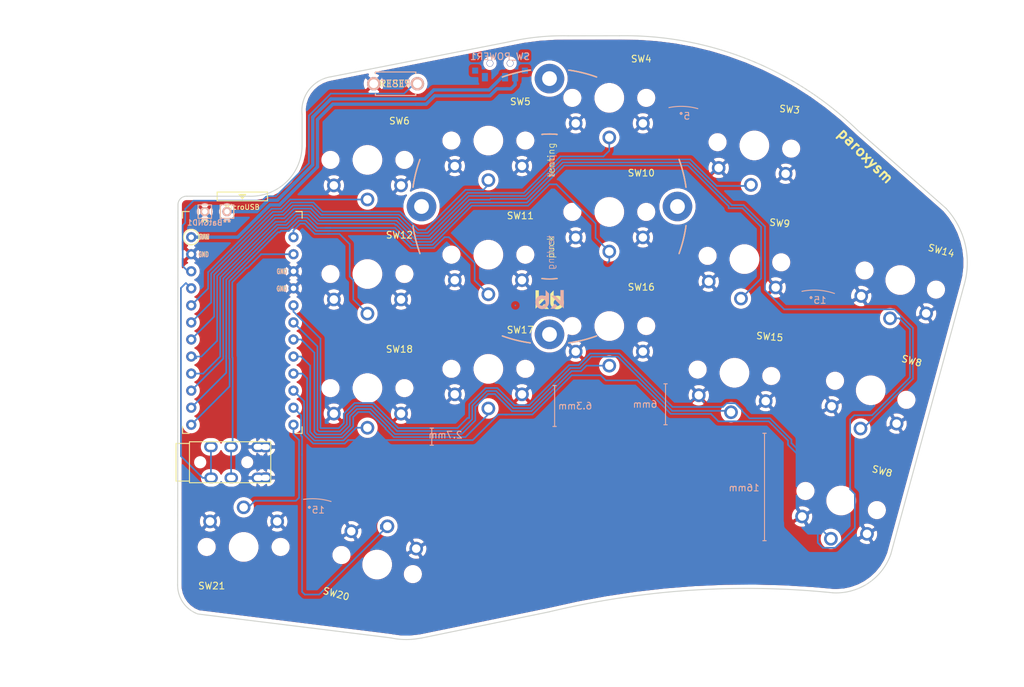
<source format=kicad_pcb>
(kicad_pcb (version 20171130) (host pcbnew 5.1.10)
  (title_block (title hypergolic) (date 2020-12-26) (rev 0.1) (company broomlabs))
  (layers (0 F.Cu signal) (31 B.Cu signal) (34 B.Paste user) (35 F.Paste user) (36 B.SilkS user) (37 F.SilkS user) (38 B.Mask user) (39 F.Mask user) (44 Edge.Cuts user))
  (net 0 "")
  (net 1 reset)
  (net 2 BT+)
  (net 3 gnd)
  (net 4 vcc)
  (net 5 Switch18)
  (net 6 Switch1)
  (net 7 Switch2)
  (net 8 Switch3)
  (net 9 Switch4)
  (net 10 Switch5)
  (net 11 Switch6)
  (net 12 Switch7)
  (net 13 Switch8)
  (net 14 Switch9)
  (net 15 Switch10)
  (net 16 Switch11)
  (net 17 Switch12)
  (net 18 Switch13)
  (net 19 Switch14)
  (net 20 Switch15)
  (net 21 Switch16)
  (net 22 Switch17)
  (net 23 "Net-(SW_POWER1-Pad1)")
  (net 24 raw)
  (module kbd:ProMicro_v3_min_dual (layer F.Cu) (at 40.64 67.056)
    (fp_text reference U1 hide)
    (fp_text value ProMicro-kbd hide)
    (fp_text user "" (at -1.2065 -16.256) (layer B.SilkS) (effects (justify mirror)))
    (fp_text user "" (at -0.5 -17.25) (layer F.SilkS))
    (fp_text user RAW (at -5.64 -14.52 unlocked) (layer B.SilkS) (effects (font (size 0.75 0.5) (thickness 0.125)) (justify mirror)))
    (fp_text user MicroUSB (at -0.05 -18.95) (layer F.SilkS) (effects (font (size 0.75 0.75) (thickness 0.12))))
    (fp_text user RAW (at -5.67 -14.52) (layer F.SilkS) (effects (font (size 0.75 0.5) (thickness 0.125))))
    (fp_text user GND (at -5.77 -11.91) (layer F.SilkS) (effects (font (size 0.75 0.5) (thickness 0.125))))
    (fp_text user GND (at -5.77 -11.88) (layer B.SilkS) (effects (font (size 0.75 0.5) (thickness 0.125)) (justify mirror)))
    (fp_text user GND (at 5.88 -9.35) (layer B.SilkS) (effects (font (size 0.75 0.5) (thickness 0.125)) (justify mirror)))
    (fp_text user GND (at 5.88 -9.38) (layer F.SilkS) (effects (font (size 0.75 0.5) (thickness 0.125))))
    (fp_text user GND (at 5.86 -6.77) (layer B.SilkS) (effects (font (size 0.75 0.5) (thickness 0.125)) (justify mirror)))
    (fp_text user GND (at 5.86 -6.8) (layer F.SilkS) (effects (font (size 0.75 0.5) (thickness 0.125))))
    (pad 24 thru_hole circle (at -7.6086 -14.478) (size 1.524 1.524) (drill 0.8128) (layers *.Cu *.Mask) (net 24 raw))
    (pad 23 thru_hole circle (at -7.6086 -11.938) (size 1.524 1.524) (drill 0.8128) (layers *.Cu *.Mask) (net 3 gnd))
    (pad 22 thru_hole circle (at -7.6086 -9.398) (size 1.524 1.524) (drill 0.8128) (layers *.Cu *.Mask) (net 1 reset))
    (pad 21 thru_hole circle (at -7.6086 -6.858) (size 1.524 1.524) (drill 0.8128) (layers *.Cu *.Mask) (net 4 vcc))
    (pad 20 thru_hole circle (at -7.6086 -4.318) (size 1.524 1.524) (drill 0.8128) (layers *.Cu *.Mask) (net 10 Switch5))
    (pad 19 thru_hole circle (at -7.6086 -1.778) (size 1.524 1.524) (drill 0.8128) (layers *.Cu *.Mask) (net 9 Switch4))
    (pad 18 thru_hole circle (at -7.6086 0.762) (size 1.524 1.524) (drill 0.8128) (layers *.Cu *.Mask) (net 8 Switch3))
    (pad 17 thru_hole circle (at -7.6086 3.302) (size 1.524 1.524) (drill 0.8128) (layers *.Cu *.Mask) (net 7 Switch2))
    (pad 16 thru_hole circle (at -7.6086 5.842) (size 1.524 1.524) (drill 0.8128) (layers *.Cu *.Mask) (net 11 Switch6))
    (pad 15 thru_hole circle (at -7.6086 8.382) (size 1.524 1.524) (drill 0.8128) (layers *.Cu *.Mask) (net 12 Switch7))
    (pad 14 thru_hole circle (at -7.6086 10.922) (size 1.524 1.524) (drill 0.8128) (layers *.Cu *.Mask) (net 13 Switch8))
    (pad 13 thru_hole circle (at -7.6086 13.462) (size 1.524 1.524) (drill 0.8128) (layers *.Cu *.Mask) (net 14 Switch9))
    (pad 12 thru_hole circle (at 7.6114 13.462) (size 1.524 1.524) (drill 0.8128) (layers *.Cu *.Mask) (net 22 Switch17))
    (pad 11 thru_hole circle (at 7.6114 10.922) (size 1.524 1.524) (drill 0.8128) (layers *.Cu *.Mask) (net 21 Switch16))
    (pad 10 thru_hole circle (at 7.6114 8.382) (size 1.524 1.524) (drill 0.8128) (layers *.Cu *.Mask) (net 6 Switch1))
    (pad 9 thru_hole circle (at 7.6114 5.842) (size 1.524 1.524) (drill 0.8128) (layers *.Cu *.Mask) (net 20 Switch15))
    (pad 8 thru_hole circle (at 7.6114 3.302) (size 1.524 1.524) (drill 0.8128) (layers *.Cu *.Mask) (net 19 Switch14))
    (pad 7 thru_hole circle (at 7.6114 0.762) (size 1.524 1.524) (drill 0.8128) (layers *.Cu *.Mask) (net 18 Switch13))
    (pad 6 thru_hole circle (at 7.6114 -1.778) (size 1.524 1.524) (drill 0.8128) (layers *.Cu *.Mask) (net 17 Switch12))
    (pad 5 thru_hole circle (at 7.6114 -4.318) (size 1.524 1.524) (drill 0.8128) (layers *.Cu *.Mask) (net 16 Switch11))
    (pad 4 thru_hole circle (at 7.6114 -6.858) (size 1.524 1.524) (drill 0.8128) (layers *.Cu *.Mask) (net 3 gnd))
    (pad 3 thru_hole circle (at 7.6114 -9.398) (size 1.524 1.524) (drill 0.8128) (layers *.Cu *.Mask) (net 3 gnd))
    (pad 2 thru_hole circle (at 7.6114 -11.938) (size 1.524 1.524) (drill 0.8128) (layers *.Cu *.Mask) (net 5 Switch18))
    (pad 1 thru_hole circle (at 7.6114 -14.478) (size 1.524 1.524) (drill 0.8128) (layers *.Cu *.Mask) (net 15 Switch10))
  )
  (module Kailh:TRRS-PJ-DPB2 (layer F.Cu) (at 32.766 86.106 90)
    (fp_text reference Jack0 hide)
    (fp_text value TRRS hide)
    (pad R1 thru_hole oval (at -2.33 6.22 270) (size 1.6 2) (drill oval 0.9 1.3) (layers *.Cu *.Mask) (net 5 Switch18))
    (pad R2 thru_hole oval (at -2.33 3.22 270) (size 1.6 2) (drill oval 0.9 1.3) (layers *.Cu *.Mask) (net 4 vcc))
    (pad T thru_hole oval (at -2.33 10.22 270) (size 1.6 2) (drill oval 0.9 1.3) (layers *.Cu *.Mask) (net 3 gnd))
    (pad S thru_hole oval (at 2.27 11.32 270) (size 1.6 2) (drill oval 0.9 1.3) (layers *.Cu *.Mask) (net 3 gnd))
    (pad S thru_hole oval (at -2.3 11.3 90) (size 1.6 2) (drill oval 0.9 1.3) (layers *.Cu *.Mask) (net 3 gnd))
    (pad T thru_hole oval (at 2.3 10.2 90) (size 1.6 2) (drill oval 0.9 1.3) (layers *.Cu *.Mask) (net 3 gnd))
    (pad R2 thru_hole oval (at 2.3 3.2 90) (size 1.6 2) (drill oval 0.9 1.3) (layers *.Cu *.Mask) (net 4 vcc))
    (pad "" np_thru_hole circle (at 0 8.6 90) (size 0.8 0.8) (drill 0.8) (layers *.Cu *.Mask))
    (pad "" np_thru_hole circle (at 0 1.6 90) (size 0.8 0.8) (drill 0.8) (layers *.Cu *.Mask))
    (pad R1 thru_hole oval (at 2.3 6.2 90) (size 1.6 2) (drill oval 0.9 1.3) (layers *.Cu *.Mask) (net 5 Switch18))
  )
  (module Kailh:SW_PG1350_rev_DPB2 (layer B.Cu) (at 129.774266 91.806688 165)
    (fp_text reference SW8 hide)
    (fp_text value SW_Push hide)
    (fp_text user %R (at -4.760001 5.8 345) (layer F.SilkS))
    (pad "" np_thru_hole circle (at -5.5 0 165) (size 1.7018 1.7018) (drill 1.7018) (layers *.Cu *.Mask))
    (pad "" np_thru_hole circle (at 5.5 0 165) (size 1.7018 1.7018) (drill 1.7018) (layers *.Cu *.Mask))
    (pad 1 thru_hole circle (at 0 -5.9 165) (size 2.032 2.032) (drill 1.27) (layers *.Cu *.Mask) (net 16 Switch11))
    (pad 2 thru_hole circle (at -5 -3.8 165) (size 2.032 2.032) (drill 1.27) (layers *.Cu *.Mask) (net 3 gnd))
    (pad "" np_thru_hole circle (at 0 0 165) (size 3.429 3.429) (drill 3.429) (layers *.Cu *.Mask))
    (pad 2 thru_hole circle (at 5 -3.8 165) (size 2.032 2.032) (drill 1.27) (layers *.Cu *.Mask) (net 3 gnd))
  )
  (module Kailh:SW_PG1350_rev_DPB2 (layer B.Cu) (at 40.832476 98.720705)
    (fp_text reference SW21 hide)
    (fp_text value SW_Push hide)
    (fp_text user %R (at -4.76 5.8) (layer F.SilkS))
    (pad 2 thru_hole circle (at 5 -3.8) (size 2.032 2.032) (drill 1.27) (layers *.Cu *.Mask) (net 3 gnd))
    (pad "" np_thru_hole circle (at 0 0) (size 3.429 3.429) (drill 3.429) (layers *.Cu *.Mask))
    (pad 2 thru_hole circle (at -5 -3.8) (size 2.032 2.032) (drill 1.27) (layers *.Cu *.Mask) (net 3 gnd))
    (pad 1 thru_hole circle (at 0 -5.9) (size 2.032 2.032) (drill 1.27) (layers *.Cu *.Mask) (net 22 Switch17))
    (pad "" np_thru_hole circle (at 5.5 0) (size 1.7018 1.7018) (drill 1.7018) (layers *.Cu *.Mask))
    (pad "" np_thru_hole circle (at -5.5 0) (size 1.7018 1.7018) (drill 1.7018) (layers *.Cu *.Mask))
  )
  (module Kailh:SW_PG1350_rev_DPB2 (layer B.Cu) (at 138.574835 58.962519 165)
    (fp_text reference SW14 hide)
    (fp_text value SW_Push hide)
    (fp_text user %R (at -4.760001 5.8 345) (layer F.SilkS))
    (pad 2 thru_hole circle (at 5 -3.8 165) (size 2.032 2.032) (drill 1.27) (layers *.Cu *.Mask) (net 3 gnd))
    (pad "" np_thru_hole circle (at 0 0 165) (size 3.429 3.429) (drill 3.429) (layers *.Cu *.Mask))
    (pad 2 thru_hole circle (at -5 -3.8 165) (size 2.032 2.032) (drill 1.27) (layers *.Cu *.Mask) (net 3 gnd))
    (pad 1 thru_hole circle (at 0 -5.9 165) (size 2.032 2.032) (drill 1.27) (layers *.Cu *.Mask) (net 6 Switch1))
    (pad "" np_thru_hole circle (at 5.5 0 165) (size 1.7018 1.7018) (drill 1.7018) (layers *.Cu *.Mask))
    (pad "" np_thru_hole circle (at -5.5 0 165) (size 1.7018 1.7018) (drill 1.7018) (layers *.Cu *.Mask))
  )
  (module Kailh:SW_PG1350_rev_DPB2 (layer B.Cu) (at 134.17463 75.384306 165)
    (fp_text reference SW8 hide)
    (fp_text value SW_Push hide)
    (fp_text user %R (at -4.760001 5.8 345) (layer F.SilkS))
    (pad 2 thru_hole circle (at 5 -3.8 165) (size 2.032 2.032) (drill 1.27) (layers *.Cu *.Mask) (net 3 gnd))
    (pad "" np_thru_hole circle (at 0 0 165) (size 3.429 3.429) (drill 3.429) (layers *.Cu *.Mask))
    (pad 2 thru_hole circle (at -5 -3.8 165) (size 2.032 2.032) (drill 1.27) (layers *.Cu *.Mask) (net 3 gnd))
    (pad 1 thru_hole circle (at 0 -5.9 165) (size 2.032 2.032) (drill 1.27) (layers *.Cu *.Mask) (net 11 Switch6))
    (pad "" np_thru_hole circle (at 5.5 0 165) (size 1.7018 1.7018) (drill 1.7018) (layers *.Cu *.Mask))
    (pad "" np_thru_hole circle (at -5.5 0 165) (size 1.7018 1.7018) (drill 1.7018) (layers *.Cu *.Mask))
  )
  (module kbd:1pin_conn (layer B.Cu) (at 35.052 48.768 180)
    (fp_text reference BatGND1 (at 0 -1.651) (layer B.SilkS) (effects (font (size 0.8128 0.8128)) (justify mirror)))
    (fp_text value MountingHole_Pad hide)
    (fp_text user ** (at 0 -1.651) (layer F.SilkS) (effects (font (size 0.8128 0.8128))))
    (pad 1 thru_hole circle (at 0 0 180) (size 1.397 1.397) (drill 0.8128) (layers *.Cu *.Mask B.SilkS) (net 3 gnd))
  )
  (module kbd:1pin_conn (layer B.Cu) (at 38.354 48.768 180)
    (fp_text reference ** (at 0 -1.651) (layer B.SilkS) (effects (font (size 0.8128 0.8128)) (justify mirror)))
    (fp_text value Val** hide)
    (fp_text user ** (at 0 -1.651) (layer F.SilkS) (effects (font (size 0.8128 0.8128))))
    (pad 1 thru_hole circle (at 0 0 180) (size 1.397 1.397) (drill 0.8128) (layers *.Cu *.Mask B.SilkS) (net 2 BT+))
  )
  (module Kailh:SW_PG1350_rev_DPB2 (layer B.Cu) (at 77.26 72.189 180)
    (fp_text reference SW17 hide)
    (fp_text value SW_Push hide)
    (fp_text user %R (at -4.76 5.8) (layer F.SilkS))
    (pad 2 thru_hole circle (at 5 -3.8 180) (size 2.032 2.032) (drill 1.27) (layers *.Cu *.Mask) (net 3 gnd))
    (pad "" np_thru_hole circle (at 0 0 180) (size 3.429 3.429) (drill 3.429) (layers *.Cu *.Mask))
    (pad 2 thru_hole circle (at -5 -3.8 180) (size 2.032 2.032) (drill 1.27) (layers *.Cu *.Mask) (net 3 gnd))
    (pad 1 thru_hole circle (at 0 -5.9 180) (size 2.032 2.032) (drill 1.27) (layers *.Cu *.Mask) (net 19 Switch14))
    (pad "" np_thru_hole circle (at 5.5 0 180) (size 1.7018 1.7018) (drill 1.7018) (layers *.Cu *.Mask))
    (pad "" np_thru_hole circle (at -5.5 0 180) (size 1.7018 1.7018) (drill 1.7018) (layers *.Cu *.Mask))
  )
  (module Kailh:SW_PG1350_rev_DPB2 (layer B.Cu) (at 59.26 58.064 180)
    (fp_text reference SW12 hide)
    (fp_text value SW_Push hide)
    (fp_text user %R (at -4.76 5.8) (layer F.SilkS))
    (pad 2 thru_hole circle (at 5 -3.8 180) (size 2.032 2.032) (drill 1.27) (layers *.Cu *.Mask) (net 3 gnd))
    (pad "" np_thru_hole circle (at 0 0 180) (size 3.429 3.429) (drill 3.429) (layers *.Cu *.Mask))
    (pad 2 thru_hole circle (at -5 -3.8 180) (size 2.032 2.032) (drill 1.27) (layers *.Cu *.Mask) (net 3 gnd))
    (pad 1 thru_hole circle (at 0 -5.9 180) (size 2.032 2.032) (drill 1.27) (layers *.Cu *.Mask) (net 15 Switch10))
    (pad "" np_thru_hole circle (at 5.5 0 180) (size 1.7018 1.7018) (drill 1.7018) (layers *.Cu *.Mask))
    (pad "" np_thru_hole circle (at -5.5 0 180) (size 1.7018 1.7018) (drill 1.7018) (layers *.Cu *.Mask))
  )
  (module Kailh:SW_PG1350_rev_DPB2 (layer B.Cu) (at 59.26 75.064 180)
    (fp_text reference SW18 hide)
    (fp_text value SW_Push hide)
    (fp_text user %R (at -4.76 5.8) (layer F.SilkS))
    (pad 2 thru_hole circle (at 5 -3.8 180) (size 2.032 2.032) (drill 1.27) (layers *.Cu *.Mask) (net 3 gnd))
    (pad "" np_thru_hole circle (at 0 0 180) (size 3.429 3.429) (drill 3.429) (layers *.Cu *.Mask))
    (pad 2 thru_hole circle (at -5 -3.8 180) (size 2.032 2.032) (drill 1.27) (layers *.Cu *.Mask) (net 3 gnd))
    (pad 1 thru_hole circle (at 0 -5.9 180) (size 2.032 2.032) (drill 1.27) (layers *.Cu *.Mask) (net 20 Switch15))
    (pad "" np_thru_hole circle (at 5.5 0 180) (size 1.7018 1.7018) (drill 1.7018) (layers *.Cu *.Mask))
    (pad "" np_thru_hole circle (at -5.5 0 180) (size 1.7018 1.7018) (drill 1.7018) (layers *.Cu *.Mask))
  )
  (module Kailh:SW_PG1350_rev_DPB2 (layer B.Cu) (at 116.855326 38.908261 175)
    (fp_text reference SW3 hide)
    (fp_text value SW_Push hide)
    (fp_text user %R (at -4.76 5.8 355) (layer F.SilkS))
    (pad 2 thru_hole circle (at 5 -3.8 175) (size 2.032 2.032) (drill 1.27) (layers *.Cu *.Mask) (net 3 gnd))
    (pad "" np_thru_hole circle (at 0 0 175) (size 3.429 3.429) (drill 3.429) (layers *.Cu *.Mask))
    (pad 2 thru_hole circle (at -5 -3.8 175) (size 2.032 2.032) (drill 1.27) (layers *.Cu *.Mask) (net 3 gnd))
    (pad 1 thru_hole circle (at 0 -5.9 175) (size 2.032 2.032) (drill 1.27) (layers *.Cu *.Mask) (net 7 Switch2))
    (pad "" np_thru_hole circle (at 5.5 0 175) (size 1.7018 1.7018) (drill 1.7018) (layers *.Cu *.Mask))
    (pad "" np_thru_hole circle (at -5.5 0 175) (size 1.7018 1.7018) (drill 1.7018) (layers *.Cu *.Mask))
  )
  (module Kailh:SW_PG1350_rev_DPB2 (layer B.Cu) (at 60.706 101.346 345)
    (fp_text reference SW20 hide)
    (fp_text value SW_Push hide)
    (fp_text user %R (at -4.76 5.8 345) (layer F.SilkS))
    (pad 2 thru_hole circle (at 5 -3.8 345) (size 2.032 2.032) (drill 1.27) (layers *.Cu *.Mask) (net 3 gnd))
    (pad "" np_thru_hole circle (at 0 0 345) (size 3.429 3.429) (drill 3.429) (layers *.Cu *.Mask))
    (pad 2 thru_hole circle (at -5 -3.8 345) (size 2.032 2.032) (drill 1.27) (layers *.Cu *.Mask) (net 3 gnd))
    (pad 1 thru_hole circle (at 0 -5.9 345) (size 2.032 2.032) (drill 1.27) (layers *.Cu *.Mask) (net 21 Switch16))
    (pad "" np_thru_hole circle (at 5.5 0 345) (size 1.7018 1.7018) (drill 1.7018) (layers *.Cu *.Mask))
    (pad "" np_thru_hole circle (at -5.5 0 345) (size 1.7018 1.7018) (drill 1.7018) (layers *.Cu *.Mask))
  )
  (module Kailh:SW_PG1350_rev_DPB2 (layer B.Cu) (at 95.26 65.814 180)
    (fp_text reference SW16 hide)
    (fp_text value SW_Push hide)
    (fp_text user %R (at -4.76 5.8) (layer F.SilkS))
    (pad 2 thru_hole circle (at 5 -3.8 180) (size 2.032 2.032) (drill 1.27) (layers *.Cu *.Mask) (net 3 gnd))
    (pad "" np_thru_hole circle (at 0 0 180) (size 3.429 3.429) (drill 3.429) (layers *.Cu *.Mask))
    (pad 2 thru_hole circle (at -5 -3.8 180) (size 2.032 2.032) (drill 1.27) (layers *.Cu *.Mask) (net 3 gnd))
    (pad 1 thru_hole circle (at 0 -5.9 180) (size 2.032 2.032) (drill 1.27) (layers *.Cu *.Mask) (net 18 Switch13))
    (pad "" np_thru_hole circle (at 5.5 0 180) (size 1.7018 1.7018) (drill 1.7018) (layers *.Cu *.Mask))
    (pad "" np_thru_hole circle (at -5.5 0 180) (size 1.7018 1.7018) (drill 1.7018) (layers *.Cu *.Mask))
  )
  (module Kailh:SW_PG1350_rev_DPB2 (layer B.Cu) (at 113.89239 72.775467 175)
    (fp_text reference SW15 hide)
    (fp_text value SW_Push hide)
    (fp_text user %R (at -4.76 5.8 355) (layer F.SilkS))
    (pad 2 thru_hole circle (at 5 -3.8 175) (size 2.032 2.032) (drill 1.27) (layers *.Cu *.Mask) (net 3 gnd))
    (pad "" np_thru_hole circle (at 0 0 175) (size 3.429 3.429) (drill 3.429) (layers *.Cu *.Mask))
    (pad 2 thru_hole circle (at -5 -3.8 175) (size 2.032 2.032) (drill 1.27) (layers *.Cu *.Mask) (net 3 gnd))
    (pad 1 thru_hole circle (at 0 -5.9 175) (size 2.032 2.032) (drill 1.27) (layers *.Cu *.Mask) (net 17 Switch12))
    (pad "" np_thru_hole circle (at 5.5 0 175) (size 1.7018 1.7018) (drill 1.7018) (layers *.Cu *.Mask))
    (pad "" np_thru_hole circle (at -5.5 0 175) (size 1.7018 1.7018) (drill 1.7018) (layers *.Cu *.Mask))
  )
  (module Kailh:SW_PG1350_rev_DPB2 (layer B.Cu) (at 77.26 55.184 180)
    (fp_text reference SW11 hide)
    (fp_text value SW_Push hide)
    (fp_text user %R (at -4.76 5.8) (layer F.SilkS))
    (pad 2 thru_hole circle (at 5 -3.8 180) (size 2.032 2.032) (drill 1.27) (layers *.Cu *.Mask) (net 3 gnd))
    (pad "" np_thru_hole circle (at 0 0 180) (size 3.429 3.429) (drill 3.429) (layers *.Cu *.Mask))
    (pad 2 thru_hole circle (at -5 -3.8 180) (size 2.032 2.032) (drill 1.27) (layers *.Cu *.Mask) (net 3 gnd))
    (pad 1 thru_hole circle (at 0 -5.9 180) (size 2.032 2.032) (drill 1.27) (layers *.Cu *.Mask) (net 14 Switch9))
    (pad "" np_thru_hole circle (at 5.5 0 180) (size 1.7018 1.7018) (drill 1.7018) (layers *.Cu *.Mask))
    (pad "" np_thru_hole circle (at -5.5 0 180) (size 1.7018 1.7018) (drill 1.7018) (layers *.Cu *.Mask))
  )
  (module Kailh:SW_PG1350_rev_DPB2 (layer B.Cu) (at 95.26 48.814 180)
    (fp_text reference SW10 hide)
    (fp_text value SW_Push hide)
    (fp_text user %R (at -4.76 5.8) (layer F.SilkS))
    (pad 2 thru_hole circle (at 5 -3.8 180) (size 2.032 2.032) (drill 1.27) (layers *.Cu *.Mask) (net 3 gnd))
    (pad "" np_thru_hole circle (at 0 0 180) (size 3.429 3.429) (drill 3.429) (layers *.Cu *.Mask))
    (pad 2 thru_hole circle (at -5 -3.8 180) (size 2.032 2.032) (drill 1.27) (layers *.Cu *.Mask) (net 3 gnd))
    (pad 1 thru_hole circle (at 0 -5.9 180) (size 2.032 2.032) (drill 1.27) (layers *.Cu *.Mask) (net 13 Switch8))
    (pad "" np_thru_hole circle (at 5.5 0 180) (size 1.7018 1.7018) (drill 1.7018) (layers *.Cu *.Mask))
    (pad "" np_thru_hole circle (at -5.5 0 180) (size 1.7018 1.7018) (drill 1.7018) (layers *.Cu *.Mask))
  )
  (module Kailh:SW_PG1350_rev_DPB2 (layer B.Cu) (at 115.373738 55.843584 175)
    (fp_text reference SW9 hide)
    (fp_text value SW_Push hide)
    (fp_text user %R (at -4.76 5.8 355) (layer F.SilkS))
    (pad 2 thru_hole circle (at 5 -3.8 175) (size 2.032 2.032) (drill 1.27) (layers *.Cu *.Mask) (net 3 gnd))
    (pad "" np_thru_hole circle (at 0 0 175) (size 3.429 3.429) (drill 3.429) (layers *.Cu *.Mask))
    (pad 2 thru_hole circle (at -5 -3.8 175) (size 2.032 2.032) (drill 1.27) (layers *.Cu *.Mask) (net 3 gnd))
    (pad 1 thru_hole circle (at 0 -5.9 175) (size 2.032 2.032) (drill 1.27) (layers *.Cu *.Mask) (net 12 Switch7))
    (pad "" np_thru_hole circle (at 5.5 0 175) (size 1.7018 1.7018) (drill 1.7018) (layers *.Cu *.Mask))
    (pad "" np_thru_hole circle (at -5.5 0 175) (size 1.7018 1.7018) (drill 1.7018) (layers *.Cu *.Mask))
  )
  (module Kailh:SW_PG1350_rev_DPB2 (layer B.Cu) (at 77.26 38.184 180)
    (fp_text reference SW5 hide)
    (fp_text value SW_Push hide)
    (fp_text user %R (at -4.76 5.8) (layer F.SilkS))
    (pad 2 thru_hole circle (at 5 -3.8 180) (size 2.032 2.032) (drill 1.27) (layers *.Cu *.Mask) (net 3 gnd))
    (pad "" np_thru_hole circle (at 0 0 180) (size 3.429 3.429) (drill 3.429) (layers *.Cu *.Mask))
    (pad 2 thru_hole circle (at -5 -3.8 180) (size 2.032 2.032) (drill 1.27) (layers *.Cu *.Mask) (net 3 gnd))
    (pad 1 thru_hole circle (at 0 -5.9 180) (size 2.032 2.032) (drill 1.27) (layers *.Cu *.Mask) (net 9 Switch4))
    (pad "" np_thru_hole circle (at 5.5 0 180) (size 1.7018 1.7018) (drill 1.7018) (layers *.Cu *.Mask))
    (pad "" np_thru_hole circle (at -5.5 0 180) (size 1.7018 1.7018) (drill 1.7018) (layers *.Cu *.Mask))
  )
  (module Kailh:SW_PG1350_rev_DPB2 (layer B.Cu) (at 95.26 31.824 180)
    (fp_text reference SW4 hide)
    (fp_text value SW_Push hide)
    (fp_text user %R (at -4.76 5.8) (layer F.SilkS))
    (pad 2 thru_hole circle (at 5 -3.8 180) (size 2.032 2.032) (drill 1.27) (layers *.Cu *.Mask) (net 3 gnd))
    (pad "" np_thru_hole circle (at 0 0 180) (size 3.429 3.429) (drill 3.429) (layers *.Cu *.Mask))
    (pad 2 thru_hole circle (at -5 -3.8 180) (size 2.032 2.032) (drill 1.27) (layers *.Cu *.Mask) (net 3 gnd))
    (pad 1 thru_hole circle (at 0 -5.9 180) (size 2.032 2.032) (drill 1.27) (layers *.Cu *.Mask) (net 8 Switch3))
    (pad "" np_thru_hole circle (at 5.5 0 180) (size 1.7018 1.7018) (drill 1.7018) (layers *.Cu *.Mask))
    (pad "" np_thru_hole circle (at -5.5 0 180) (size 1.7018 1.7018) (drill 1.7018) (layers *.Cu *.Mask))
  )
  (module Kailh:SW_PG1350_rev_DPB2 (layer B.Cu) (at 59.26 41.064 180)
    (fp_text reference SW6 hide)
    (fp_text value SW_Push hide)
    (fp_text user %R (at -4.76 5.8) (layer F.SilkS))
    (pad 2 thru_hole circle (at 5 -3.8 180) (size 2.032 2.032) (drill 1.27) (layers *.Cu *.Mask) (net 3 gnd))
    (pad "" np_thru_hole circle (at 0 0 180) (size 3.429 3.429) (drill 3.429) (layers *.Cu *.Mask))
    (pad 2 thru_hole circle (at -5 -3.8 180) (size 2.032 2.032) (drill 1.27) (layers *.Cu *.Mask) (net 3 gnd))
    (pad 1 thru_hole circle (at 0 -5.9 180) (size 2.032 2.032) (drill 1.27) (layers *.Cu *.Mask) (net 10 Switch5))
    (pad "" np_thru_hole circle (at 5.5 0 180) (size 1.7018 1.7018) (drill 1.7018) (layers *.Cu *.Mask))
    (pad "" np_thru_hole circle (at -5.5 0 180) (size 1.7018 1.7018) (drill 1.7018) (layers *.Cu *.Mask))
  )
  (module kbd:Tenting_Puck2 (layer B.Cu) (at 86.36 48.006 180)
    (fp_text reference REF**)
    (fp_text value "Tenting Puck")
    (fp_text user tenting (at -0.1905 -6.858 270) (layer B.SilkS) (effects (font (thickness 0.1)) (justify mirror)))
    (fp_text user puck (at -0.254 6.0325 270) (layer B.SilkS) (effects (font (thickness 0.1)) (justify mirror)))
    (fp_text user tenting (at -0.254 6.9215 270) (layer F.SilkS) (effects (font (thickness 0.1))))
    (fp_text user puck (at -0.1905 -6.0325 90 unlocked) (layer F.SilkS) (effects (font (thickness 0.1))))
    (pad 1 thru_hole circle (at 0 19.05 180) (size 4.4 4.4) (drill 2.2) (layers *.Cu *.Mask))
    (pad 1 thru_hole circle (at 19.05 0 180) (size 4.4 4.4) (drill 2.2) (layers *.Cu *.Mask))
    (pad 1 thru_hole circle (at 0 -19.05 180) (size 4.4 4.4) (drill 2.2) (layers *.Cu *.Mask))
    (pad 1 thru_hole circle (at -19.05 0 180) (size 4.4 4.4) (drill 2.2) (layers *.Cu *.Mask))
  )
  (module Kailh:SPDT_C128955 (layer B.Cu) (at 78.994 26.67 180)
    (fp_text reference SW_POWER1 (at 0 1) (layer B.SilkS) (effects (justify mirror)))
    (fp_text value SW_SPDT)
    (pad 0 smd rect (at -3.7 1.1 180) (size 0.9 0.9) (layers B.Cu B.Paste B.Mask))
    (pad 0 smd rect (at -3.7 -1.1 180) (size 0.9 0.9) (layers B.Cu B.Paste B.Mask))
    (pad 0 smd rect (at 3.7 -1.1 180) (size 0.9 0.9) (layers B.Cu B.Paste B.Mask))
    (pad 0 smd rect (at 3.7 1.1 180) (size 0.9 0.9) (layers B.Cu B.Paste B.Mask))
    (pad 1 smd rect (at 2.25 -2.075 180) (size 0.9 1.25) (layers B.Cu B.Paste B.Mask) (net 23 "Net-(SW_POWER1-Pad1)"))
    (pad 3 smd rect (at -2.25 -2.075 180) (size 0.9 1.25) (layers B.Cu B.Paste B.Mask) (net 24 raw))
    (pad 2 smd rect (at -0.75 -2.075 180) (size 0.9 1.25) (layers B.Cu B.Paste B.Mask) (net 2 BT+))
    (pad "" np_thru_hole circle (at -1.5 0 180) (size 1 1) (drill 0.9) (layers *.Cu *.Mask))
    (pad "" np_thru_hole circle (at 1.5 0 180) (size 1 1) (drill 0.9) (layers *.Cu *.Mask))
  )
  (module kbd:ResetSW (layer B.Cu) (at 63.448 29.718 180)
    (fp_text reference RSW1 hide)
    (fp_text value SW_Push)
    (fp_text user RESET (at 0 0) (layer B.SilkS) (effects (justify mirror)))
    (fp_text user RESET (at 0.127 0) (layer F.SilkS))
    (pad 2 thru_hole circle (at -3.25 0 180) (size 2 2) (drill 1.3) (layers *.Cu *.Mask B.SilkS) (net 1 reset))
    (pad 1 thru_hole circle (at 3.25 0 180) (size 2 2) (drill 1.3) (layers *.Cu *.Mask B.SilkS) (net 3 gnd))
  )
  (gr_arc (start 51.103718 100.88227) (end 53.848 91.948) (angle -25.4192656) (layer B.SilkS) (width 0.15))
  (gr_text 15° (at 51.562 93.218) (layer B.SilkS) (effects (font (size 1 1)) (justify mirror)))
  (gr_arc (start 136.639964 56.371006) (end 145.39495 48.291023) (angle 58.87980947) (layer Edge.Cuts) (width 0.15))
  (gr_arc (start 129.024097 96.933133) (end 137.16 99.822) (angle 73.67484284) (layer Edge.Cuts) (width 0.15))
  (gr_line (start 128.033468 105.502274) (end 128.538609 105.553039) (layer Edge.Cuts) (width 0.15))
  (gr_line (start 148.082 59.69) (end 137.16 99.822) (angle 90) (layer Edge.Cuts) (width 0.15))
  (gr_text 6mm (at 100.584 77.47) (layer B.SilkS) (effects (font (size 1 1)) (justify mirror)))
  (gr_line (start 103.632 74.422) (end 103.632 80.518) (layer B.SilkS) (width 0.15))
  (gr_line (start 103.886 74.422) (end 103.378 74.422) (layer B.SilkS) (width 0.15))
  (gr_line (start 103.886 80.518) (end 103.378 80.518) (layer B.SilkS) (width 0.15))
  (gr_text 16mm (at 115.316 89.916) (layer B.SilkS) (effects (font (size 1 1)) (justify mirror)))
  (gr_line (start 118.364 81.788) (end 118.364 97.79) (layer B.SilkS) (width 0.15))
  (gr_line (start 118.618 81.788) (end 118.11 81.788) (layer B.SilkS) (width 0.15))
  (gr_line (start 118.618 97.79) (end 118.11 97.79) (layer B.SilkS) (width 0.15))
  (gr_circle (center 33.02 52.578) (end 34.036 53.086) (layer F.SilkS) (width 0.15))
  (gr_arc (start 115.728445 230.640449) (end 128.033468 105.502274) (angle -19.13145794) (layer Edge.Cuts) (width 0.15))
  (gr_line (start 67.247725 112.302294) (end 86.341482 108.380959) (layer Edge.Cuts) (width 0.15))
  (gr_line (start 69.088 83.566) (end 68.58 83.566) (layer B.SilkS) (width 0.15))
  (gr_line (start 68.834 81.026) (end 68.834 83.566) (layer B.SilkS) (width 0.15))
  (gr_text 2.7mm (at 70.866 82.042) (layer B.SilkS) (effects (font (size 1 1)) (justify mirror)))
  (gr_line (start 69.088 81.026) (end 68.58 81.026) (layer B.SilkS) (width 0.15))
  (gr_text 6.3mm (at 90.17 77.724) (layer B.SilkS) (effects (font (size 1 1)) (justify mirror)))
  (gr_line (start 87.376 74.676) (end 86.868 74.676) (layer B.SilkS) (width 0.15))
  (gr_line (start 87.376 80.772) (end 86.868 80.772) (layer B.SilkS) (width 0.15))
  (gr_line (start 87.122 74.676) (end 87.122 80.772) (layer B.SilkS) (width 0.15))
  (gr_arc (start 105.967718 42.20827) (end 108.43793 33.4299) (angle -27.3) (layer B.SilkS) (width 0.15))
  (gr_text 5° (at 106.426 34.544) (layer B.SilkS) (effects (font (size 1 1)) (justify mirror)))
  (gr_text 15° (at 126.238 61.976) (layer B.SilkS) (effects (font (size 1 1)) (justify mirror)))
  (gr_arc (start 125.779718 69.64027) (end 128.778 60.96) (angle -30.6) (layer B.SilkS) (width 0.15))
  (gr_text paroxysm (at 129.54 36.576 -45) (layer F.SilkS) (effects (font (size 1.5 1.5) (thickness 0.3)) (justify left)))
  (gr_arc (start 97.533067 72.318144) (end 132.331067 36.758144) (angle -45.25427734) (layer Edge.Cuts) (width 0.15))
  (gr_line (start 66.818368 112.363873) (end 67.247725 112.302294) (layer Edge.Cuts) (width 0.15))
  (gr_arc (start 32.32832 47.742) (end 31.05832 47.752) (angle 94.05555909) (layer Edge.Cuts) (width 0.15))
  (gr_line (start 32.408164 46.474473) (end 41.656141 46.477771) (angle 90) (layer Edge.Cuts) (width 0.15))
  (gr_arc (start 65.024 101.854) (end 62.738 112.268) (angle -22.06954052) (layer Edge.Cuts) (width 0.15))
  (gr_line (start 62.738 112.268) (end 34.036 108.712) (layer Edge.Cuts) (width 0.15))
  (gr_arc (start 35.572354 104.409905) (end 34.036 108.712) (angle 70.54625375) (layer Edge.Cuts) (width 0.15))
  (gr_arc (start 88.368079 58.96879) (end 80.226393 23.495399) (angle 14.16454563) (layer Edge.Cuts) (width 0.15))
  (gr_line (start 89.154528 22.581567) (end 96.773466 22.570406) (angle 90) (layer Edge.Cuts) (width 0.15))
  (gr_arc (start 41.91 38.86061) (end 49.53 39.006151) (angle 90.81459567) (layer Edge.Cuts) (width 0.15))
  (gr_arc (start 54.627507 33.74391) (end 49.53 34.29) (angle 87.32605082) (layer Edge.Cuts) (width 0.15))
  (gr_line (start 132.331067 36.758144) (end 145.39495 48.291023) (angle 90) (layer Edge.Cuts) (width 0.15))
  (gr_line (start 49.53 39.006151) (end 49.53 34.29) (angle 90) (layer Edge.Cuts) (width 0.15))
  (gr_line (start 31.004187 104.394055) (end 31.05832 47.752) (angle 90) (layer Edge.Cuts) (width 0.15))
  (gr_line (start 53.844201 28.67743) (end 80.226393 23.495399) (angle 90) (layer Edge.Cuts) (width 0.15))
  (segment (start 81.28 62.738) (end 81.279998 62.737998) (width 0.25) (layer B.Cu) (net 0))
  (segment (start 53.802397 31.196397) (end 50.54098 34.457814) (width 0.25) (layer B.Cu) (net 1))
  (segment (start 64.724397 31.196397) (end 53.802397 31.196397) (width 0.25) (layer B.Cu) (net 1))
  (segment (start 66.202794 29.718) (end 64.724397 31.196397) (width 0.25) (layer B.Cu) (net 1))
  (segment (start 66.698 29.718) (end 66.202794 29.718) (width 0.25) (layer B.Cu) (net 1))
  (segment (start 33.382211 47.135789) (end 43.588646 47.135789) (width 0.25) (layer B.Cu) (net 1))
  (segment (start 43.819063 46.905372) (end 43.816118 46.906064) (width 0.25) (layer B.Cu) (net 1))
  (segment (start 32.53523 57.658) (end 31.761615 56.884385) (width 0.25) (layer B.Cu) (net 1))
  (segment (start 33.0314 57.658) (end 32.53523 57.658) (width 0.25) (layer B.Cu) (net 1))
  (segment (start 43.816118 46.906064) (end 43.81612 46.906064) (width 0.25) (layer B.Cu) (net 1))
  (segment (start 43.886494 46.83794) (end 43.711217 47.013217) (width 0.25) (layer B.Cu) (net 1))
  (segment (start 43.711217 47.013217) (end 43.819063 46.905372) (width 0.25) (layer B.Cu) (net 1))
  (segment (start 43.588646 47.135789) (end 43.711217 47.013217) (width 0.25) (layer B.Cu) (net 1))
  (segment (start 32.131 48.387) (end 32.131 50.44223) (width 0.25) (layer B.Cu) (net 1))
  (segment (start 32.131 50.44223) (end 31.761615 50.811615) (width 0.25) (layer B.Cu) (net 1))
  (segment (start 31.761615 56.884385) (end 31.761615 50.811615) (width 0.25) (layer B.Cu) (net 1))
  (segment (start 32.131 48.387) (end 33.382211 47.135789) (width 0.25) (layer B.Cu) (net 1))
  (segment (start 44.162496 46.559686) (end 43.816118 46.906064) (width 0.25) (layer B.Cu) (net 1))
  (segment (start 44.413846 46.482) (end 44.162496 46.559686) (width 0.25) (layer B.Cu) (net 1))
  (segment (start 50.54098 41.577836) (end 50.54098 40.38098) (width 0.25) (layer B.Cu) (net 1))
  (segment (start 45.636816 46.482) (end 50.54098 41.577836) (width 0.25) (layer B.Cu) (net 1))
  (segment (start 44.413846 46.482) (end 45.636816 46.482) (width 0.25) (layer B.Cu) (net 1))
  (segment (start 50.54098 34.457814) (end 50.54098 40.38098) (width 0.25) (layer B.Cu) (net 1))
  (segment (start 67.79799 31.98399) (end 53.82799 31.98399) (width 0.5) (layer B.Cu) (net 2))
  (segment (start 69.140647 30.641333) (end 67.79799 31.98399) (width 0.5) (layer B.Cu) (net 2))
  (segment (start 77.377333 30.641333) (end 69.140647 30.641333) (width 0.5) (layer B.Cu) (net 2))
  (segment (start 79.273666 28.745) (end 77.377333 30.641333) (width 0.5) (layer B.Cu) (net 2))
  (segment (start 79.744 28.745) (end 79.273666 28.745) (width 0.5) (layer B.Cu) (net 2))
  (segment (start 51.16099 34.717047) (end 51.11599 34.762047) (width 0.5) (layer B.Cu) (net 2))
  (segment (start 51.16099 34.65099) (end 51.16099 34.717047) (width 0.5) (layer B.Cu) (net 2))
  (segment (start 53.82799 31.98399) (end 51.16099 34.65099) (width 0.5) (layer B.Cu) (net 2))
  (segment (start 42.769622 48.768) (end 38.354 48.768) (width 0.5) (layer B.Cu) (net 2))
  (segment (start 44.124671 47.41295) (end 42.769622 48.768) (width 0.5) (layer B.Cu) (net 2))
  (segment (start 44.461502 47.076118) (end 44.124671 47.41295) (width 0.5) (layer B.Cu) (net 2))
  (segment (start 45.855884 47.076118) (end 44.461502 47.076118) (width 0.5) (layer B.Cu) (net 2))
  (segment (start 51.11599 41.816012) (end 45.855884 47.076118) (width 0.5) (layer B.Cu) (net 2))
  (segment (start 51.11599 34.69599) (end 51.11599 41.816012) (width 0.5) (layer B.Cu) (net 2))
  (segment (start 51.16099 34.65099) (end 51.11599 34.69599) (width 0.5) (layer B.Cu) (net 2))
  (segment (start 32.208434 59.436001) (end 31.496 60.148435) (width 0.25) (layer B.Cu) (net 4))
  (segment (start 32.269401 59.436001) (end 32.208434 59.436001) (width 0.25) (layer B.Cu) (net 4))
  (segment (start 33.0314 60.198) (end 32.269401 59.436001) (width 0.25) (layer B.Cu) (net 4))
  (segment (start 34.736 88.436) (end 35.986 88.436) (width 0.25) (layer B.Cu) (net 4))
  (segment (start 31.496 85.196) (end 34.736 88.436) (width 0.25) (layer B.Cu) (net 4))
  (segment (start 31.496 60.148435) (end 31.496 85.196) (width 0.25) (layer B.Cu) (net 4))
  (segment (start 35.966 88.416) (end 35.986 88.436) (width 0.25) (layer B.Cu) (net 4))
  (segment (start 35.966 83.806) (end 35.966 88.416) (width 0.25) (layer B.Cu) (net 4))
  (segment (start 48.2514 55.118) (end 43.434 55.118) (width 0.25) (layer B.Cu) (net 5))
  (segment (start 41.402 57.15) (end 41.28205 57.15) (width 0.25) (layer B.Cu) (net 5))
  (segment (start 43.434 55.118) (end 41.402 57.15) (width 0.25) (layer B.Cu) (net 5))
  (segment (start 41.28205 57.15) (end 39.138039 59.294011) (width 0.25) (layer B.Cu) (net 5))
  (segment (start 39.19071 70.529472) (end 39.19071 83.58129) (width 0.25) (layer B.Cu) (net 5))
  (segment (start 39.138039 70.476801) (end 39.19071 70.529472) (width 0.25) (layer B.Cu) (net 5))
  (segment (start 39.19071 83.58129) (end 38.966 83.806) (width 0.25) (layer B.Cu) (net 5))
  (segment (start 39.138039 59.294011) (end 39.138039 70.476801) (width 0.25) (layer B.Cu) (net 5))
  (segment (start 38.966 88.416) (end 38.986 88.436) (width 0.25) (layer B.Cu) (net 5))
  (segment (start 38.966 83.806) (end 38.966 88.416) (width 0.25) (layer B.Cu) (net 5))
  (segment (start 80.01 78.994) (end 79.756 78.994) (width 0.25) (layer B.Cu) (net 6))
  (segment (start 111.506 80.01) (end 119.002246 80.01) (width 0.25) (layer B.Cu) (net 6))
  (segment (start 80.01 78.994) (end 83.82 78.994) (width 0.25) (layer B.Cu) (net 6))
  (segment (start 83.82 78.994) (end 89.662 73.152) (width 0.25) (layer B.Cu) (net 6))
  (segment (start 89.662 73.152) (end 93.98 73.152) (width 0.25) (layer B.Cu) (net 6))
  (segment (start 110.391075 78.895075) (end 111.506 80.01) (width 0.25) (layer B.Cu) (net 6))
  (segment (start 94.742 73.914) (end 99.43959 73.914) (width 0.25) (layer B.Cu) (net 6))
  (segment (start 104.420665 78.895075) (end 110.391075 78.895075) (width 0.25) (layer B.Cu) (net 6))
  (segment (start 93.98 73.152) (end 94.742 73.914) (width 0.25) (layer B.Cu) (net 6))
  (segment (start 99.43959 73.914) (end 104.420665 78.895075) (width 0.25) (layer B.Cu) (net 6))
  (segment (start 131.11002 90.12398) (end 131.813767 90.827727) (width 0.25) (layer B.Cu) (net 6))
  (segment (start 131.813767 95.923799) (end 128.890915 98.846651) (width 0.25) (layer B.Cu) (net 6))
  (segment (start 131.11002 79.70998) (end 131.11002 90.12398) (width 0.25) (layer B.Cu) (net 6))
  (segment (start 131.71827 79.10173) (end 131.11002 79.70998) (width 0.25) (layer B.Cu) (net 6))
  (segment (start 134.38386 79.10173) (end 131.71827 79.10173) (width 0.25) (layer B.Cu) (net 6))
  (segment (start 140.01199 73.4736) (end 134.38386 79.10173) (width 0.25) (layer B.Cu) (net 6))
  (segment (start 131.813767 90.827727) (end 131.813767 95.923799) (width 0.25) (layer B.Cu) (net 6))
  (segment (start 140.01199 66.277396) (end 140.01199 73.4736) (width 0.25) (layer B.Cu) (net 6))
  (segment (start 138.396075 64.661481) (end 140.01199 66.277396) (width 0.25) (layer B.Cu) (net 6))
  (segment (start 137.047803 64.661481) (end 138.396075 64.661481) (width 0.25) (layer B.Cu) (net 6))
  (segment (start 119.002246 80.01) (end 121.858123 82.865877) (width 0.25) (layer B.Cu) (net 6))
  (segment (start 121.858123 83.373877) (end 121.858123 83.504123) (width 0.25) (layer B.Cu) (net 6))
  (segment (start 121.858123 82.865877) (end 121.858123 83.373877) (width 0.25) (layer B.Cu) (net 6))
  (segment (start 126.29599 98.10199) (end 127.040651 98.846651) (width 0.25) (layer B.Cu) (net 6))
  (segment (start 126.29599 87.94199) (end 126.29599 98.10199) (width 0.25) (layer B.Cu) (net 6))
  (segment (start 121.858123 83.504123) (end 126.29599 87.94199) (width 0.25) (layer B.Cu) (net 6))
  (segment (start 128.890915 98.846651) (end 127.040651 98.846651) (width 0.25) (layer B.Cu) (net 6))
  (segment (start 51.179589 83.311999) (end 49.828401 81.960809) (width 0.25) (layer B.Cu) (net 6))
  (segment (start 55.880002 83.311998) (end 51.179589 83.311999) (width 0.25) (layer B.Cu) (net 6))
  (segment (start 56.388 82.804) (end 55.880002 83.311998) (width 0.25) (layer B.Cu) (net 6))
  (segment (start 74.93 82.804) (end 56.388 82.804) (width 0.25) (layer B.Cu) (net 6))
  (segment (start 49.828401 81.960809) (end 49.828401 77.015001) (width 0.25) (layer B.Cu) (net 6))
  (segment (start 78.74 78.994) (end 74.93 82.804) (width 0.25) (layer B.Cu) (net 6))
  (segment (start 49.828401 77.015001) (end 48.2514 75.438) (width 0.25) (layer B.Cu) (net 6))
  (segment (start 80.01 78.994) (end 78.74 78.994) (width 0.25) (layer B.Cu) (net 6))
  (segment (start 33.0314 69.85) (end 33.793399 70.611999) (width 0.25) (layer B.Cu) (net 7))
  (segment (start 34.544 70.358) (end 33.0314 70.358) (width 0.25) (layer B.Cu) (net 7))
  (segment (start 36.88799 68.01401) (end 34.544 70.358) (width 0.25) (layer B.Cu) (net 7))
  (segment (start 36.88799 58.36201) (end 36.88799 68.01401) (width 0.25) (layer B.Cu) (net 7))
  (segment (start 45.212 50.038) (end 44.958 50.292) (width 0.25) (layer B.Cu) (net 7))
  (segment (start 44.958 50.292) (end 36.88799 58.36201) (width 0.25) (layer B.Cu) (net 7))
  (segment (start 45.52399 49.72601) (end 44.958 50.292) (width 0.25) (layer B.Cu) (net 7))
  (segment (start 46.42401 49.72601) (end 45.52399 49.72601) (width 0.25) (layer B.Cu) (net 7))
  (segment (start 46.453005 49.755005) (end 46.42401 49.72601) (width 0.25) (layer B.Cu) (net 7))
  (segment (start 46.889376 49.755005) (end 46.453005 49.755005) (width 0.25) (layer B.Cu) (net 7))
  (segment (start 50.85121 48.31403) (end 48.330351 48.31403) (width 0.25) (layer B.Cu) (net 7))
  (segment (start 116.965007 44.626412) (end 116.649591 44.941828) (width 0.25) (layer B.Cu) (net 7))
  (segment (start 116.649591 44.941828) (end 111.268172 44.941828) (width 0.25) (layer B.Cu) (net 7))
  (segment (start 82.7364 46.42401) (end 74.34876 46.42401) (width 0.25) (layer B.Cu) (net 7))
  (segment (start 66.4804 52.38199) (end 63.771236 49.672826) (width 0.25) (layer B.Cu) (net 7))
  (segment (start 107.326368 41.000024) (end 88.160386 41.000024) (width 0.25) (layer B.Cu) (net 7))
  (segment (start 111.268172 44.941828) (end 107.326368 41.000024) (width 0.25) (layer B.Cu) (net 7))
  (segment (start 74.34876 46.42401) (end 68.39078 52.38199) (width 0.25) (layer B.Cu) (net 7))
  (segment (start 88.160386 41.000024) (end 82.7364 46.42401) (width 0.25) (layer B.Cu) (net 7))
  (segment (start 68.39078 52.38199) (end 66.4804 52.38199) (width 0.25) (layer B.Cu) (net 7))
  (segment (start 51.054 48.53322) (end 51.054 48.51682) (width 0.25) (layer B.Cu) (net 7))
  (segment (start 63.771236 49.672826) (end 52.193605 49.672825) (width 0.25) (layer B.Cu) (net 7))
  (segment (start 52.193605 49.672825) (end 51.054 48.53322) (width 0.25) (layer B.Cu) (net 7))
  (segment (start 48.330351 48.31403) (end 46.889376 49.755005) (width 0.25) (layer B.Cu) (net 7))
  (segment (start 51.054 48.51682) (end 50.85121 48.31403) (width 0.25) (layer B.Cu) (net 7))
  (segment (start 36.43798 64.41142) (end 33.0314 67.818) (width 0.25) (layer B.Cu) (net 8))
  (segment (start 36.43798 58.17561) (end 36.43798 64.41142) (width 0.25) (layer B.Cu) (net 8))
  (segment (start 45.0256 49.58799) (end 36.43798 58.17561) (width 0.25) (layer B.Cu) (net 8))
  (segment (start 95.26 37.724) (end 95.26 39.688028) (width 0.25) (layer B.Cu) (net 8))
  (segment (start 95.26 39.688028) (end 94.398014 40.550014) (width 0.25) (layer B.Cu) (net 8))
  (segment (start 82.55 45.974) (end 74.16236 45.974) (width 0.25) (layer B.Cu) (net 8))
  (segment (start 66.6668 51.93198) (end 63.957637 49.222817) (width 0.25) (layer B.Cu) (net 8))
  (segment (start 94.398014 40.550014) (end 87.973986 40.550014) (width 0.25) (layer B.Cu) (net 8))
  (segment (start 74.16236 45.974) (end 68.20438 51.93198) (width 0.25) (layer B.Cu) (net 8))
  (segment (start 87.973986 40.550014) (end 82.55 45.974) (width 0.25) (layer B.Cu) (net 8))
  (segment (start 68.20438 51.93198) (end 66.6668 51.93198) (width 0.25) (layer B.Cu) (net 8))
  (segment (start 63.957637 49.222817) (end 62.791185 49.222815) (width 0.25) (layer B.Cu) (net 8))
  (segment (start 45.33759 49.276) (end 45.0256 49.58799) (width 0.25) (layer B.Cu) (net 8))
  (segment (start 52.631185 49.222815) (end 52.396404 49.222814) (width 0.25) (layer B.Cu) (net 8))
  (segment (start 62.791185 49.222815) (end 52.631185 49.222815) (width 0.25) (layer B.Cu) (net 8))
  (segment (start 52.396404 49.222814) (end 51.03761 47.86402) (width 0.25) (layer B.Cu) (net 8))
  (segment (start 52.631185 49.222815) (end 52.380005 49.222815) (width 0.25) (layer B.Cu) (net 8))
  (segment (start 51.03761 47.86402) (end 48.143951 47.86402) (width 0.25) (layer B.Cu) (net 8))
  (segment (start 45.998844 49.251156) (end 45.974 49.276) (width 0.25) (layer B.Cu) (net 8))
  (segment (start 48.143951 47.86402) (end 46.756815 49.251156) (width 0.25) (layer B.Cu) (net 8))
  (segment (start 46.756815 49.251156) (end 45.998844 49.251156) (width 0.25) (layer B.Cu) (net 8))
  (segment (start 45.974 49.276) (end 45.33759 49.276) (width 0.25) (layer B.Cu) (net 8))
  (segment (start 46.08998 49.276) (end 45.974 49.276) (width 0.25) (layer B.Cu) (net 8))
  (segment (start 44.19459 49.78259) (end 44.44859 49.52859) (width 0.25) (layer B.Cu) (net 9))
  (segment (start 33.0314 65.278) (end 35.98797 62.32143) (width 0.25) (layer B.Cu) (net 9))
  (segment (start 35.98797 62.32143) (end 35.98797 57.98921) (width 0.25) (layer B.Cu) (net 9))
  (segment (start 35.98797 57.98921) (end 36.19359 57.78359) (width 0.25) (layer B.Cu) (net 9))
  (segment (start 44.19459 49.78259) (end 36.19359 57.78359) (width 0.25) (layer B.Cu) (net 9))
  (segment (start 44.82959 49.14759) (end 44.19459 49.78259) (width 0.25) (layer B.Cu) (net 9))
  (segment (start 77.26 44.77598) (end 76.51199 45.52399) (width 0.25) (layer B.Cu) (net 9))
  (segment (start 66.8532 51.48197) (end 64.144038 48.772808) (width 0.25) (layer B.Cu) (net 9))
  (segment (start 73.85601 45.52399) (end 67.89803 51.48197) (width 0.25) (layer B.Cu) (net 9))
  (segment (start 77.26 44.084) (end 77.26 44.77598) (width 0.25) (layer B.Cu) (net 9))
  (segment (start 76.51199 45.52399) (end 73.85601 45.52399) (width 0.25) (layer B.Cu) (net 9))
  (segment (start 67.89803 51.48197) (end 66.8532 51.48197) (width 0.25) (layer B.Cu) (net 9))
  (segment (start 62.733195 48.772805) (end 52.582805 48.772805) (width 0.25) (layer B.Cu) (net 9))
  (segment (start 46.570415 48.801146) (end 45.176034 48.801146) (width 0.25) (layer B.Cu) (net 9))
  (segment (start 64.144038 48.772808) (end 62.733195 48.772805) (width 0.25) (layer B.Cu) (net 9))
  (segment (start 51.22401 47.41401) (end 47.957551 47.41401) (width 0.25) (layer B.Cu) (net 9))
  (segment (start 52.582805 48.772805) (end 51.22401 47.41401) (width 0.25) (layer B.Cu) (net 9))
  (segment (start 47.957551 47.41401) (end 46.570415 48.801146) (width 0.25) (layer B.Cu) (net 9))
  (segment (start 45.176034 48.801146) (end 44.82959 49.14759) (width 0.25) (layer B.Cu) (net 9))
  (segment (start 33.0314 62.09301) (end 33.0314 62.23) (width 0.25) (layer B.Cu) (net 10))
  (segment (start 46.412356 48.322795) (end 46.384015 48.351136) (width 0.25) (layer B.Cu) (net 10))
  (segment (start 35.53796 60.23144) (end 33.0314 62.738) (width 0.25) (layer B.Cu) (net 10))
  (segment (start 44.989634 48.351136) (end 35.53796 57.80281) (width 0.25) (layer B.Cu) (net 10))
  (segment (start 35.53796 57.80281) (end 35.53796 60.23144) (width 0.25) (layer B.Cu) (net 10))
  (segment (start 46.384015 48.351136) (end 44.989634 48.351136) (width 0.25) (layer B.Cu) (net 10))
  (segment (start 47.771151 46.964) (end 46.384015 48.351136) (width 0.25) (layer B.Cu) (net 10))
  (segment (start 59.26 46.964) (end 47.771151 46.964) (width 0.25) (layer B.Cu) (net 10))
  (segment (start 68.58 52.82918) (end 68.83259 52.57659) (width 0.25) (layer B.Cu) (net 11))
  (segment (start 34.798 72.898) (end 33.0314 72.898) (width 0.25) (layer B.Cu) (net 11))
  (segment (start 37.338 58.54841) (end 37.338 70.358) (width 0.25) (layer B.Cu) (net 11))
  (segment (start 45.3984 50.48801) (end 37.338 58.54841) (width 0.25) (layer B.Cu) (net 11))
  (segment (start 66.294 52.832) (end 63.754 50.292) (width 0.25) (layer B.Cu) (net 11))
  (segment (start 37.338 70.358) (end 34.798 72.898) (width 0.25) (layer B.Cu) (net 11))
  (segment (start 68.57718 52.832) (end 66.294 52.832) (width 0.25) (layer B.Cu) (net 11))
  (segment (start 68.83259 52.57659) (end 68.57718 52.832) (width 0.25) (layer B.Cu) (net 11))
  (segment (start 63.754 50.292) (end 63.584835 50.122835) (width 0.25) (layer B.Cu) (net 11))
  (segment (start 52.662835 50.122835) (end 52.007204 50.122834) (width 0.25) (layer B.Cu) (net 11))
  (segment (start 52.007204 50.122834) (end 50.65237 48.768) (width 0.25) (layer B.Cu) (net 11))
  (segment (start 50.65237 48.768) (end 48.512791 48.768) (width 0.25) (layer B.Cu) (net 11))
  (segment (start 46.988791 50.292) (end 45.59441 50.292) (width 0.25) (layer B.Cu) (net 11))
  (segment (start 48.512791 48.768) (end 46.988791 50.292) (width 0.25) (layer B.Cu) (net 11))
  (segment (start 45.403205 50.483205) (end 45.59441 50.292) (width 0.25) (layer B.Cu) (net 11))
  (segment (start 52.662835 50.122835) (end 63.5 50.122835) (width 0.25) (layer B.Cu) (net 11))
  (segment (start 140.462 73.66) (end 133.038732 81.083268) (width 0.25) (layer B.Cu) (net 11))
  (segment (start 140.462 66.090996) (end 140.462 73.66) (width 0.25) (layer B.Cu) (net 11))
  (segment (start 68.83259 52.57659) (end 74.41918 46.99) (width 0.25) (layer B.Cu) (net 11))
  (segment (start 74.41918 46.99) (end 77.47 46.99) (width 0.25) (layer B.Cu) (net 11))
  (segment (start 82.922801 46.874019) (end 88.346786 41.450034) (width 0.25) (layer B.Cu) (net 11))
  (segment (start 133.038732 81.083268) (end 132.647598 81.083268) (width 0.25) (layer B.Cu) (net 11))
  (segment (start 88.346786 41.450034) (end 107.139968 41.450034) (width 0.25) (layer B.Cu) (net 11))
  (segment (start 77.47 46.99) (end 77.58598 46.87402) (width 0.25) (layer B.Cu) (net 11))
  (segment (start 77.58598 46.87402) (end 82.922801 46.874019) (width 0.25) (layer B.Cu) (net 11))
  (segment (start 107.139968 41.450034) (end 113.480009 47.790075) (width 0.25) (layer B.Cu) (net 11))
  (segment (start 113.480009 47.790075) (end 115.238095 47.790075) (width 0.25) (layer B.Cu) (net 11))
  (segment (start 118.43301 60.459075) (end 121.294415 63.32048) (width 0.25) (layer B.Cu) (net 11))
  (segment (start 121.294415 63.32048) (end 137.691484 63.32048) (width 0.25) (layer B.Cu) (net 11))
  (segment (start 115.238095 47.790075) (end 118.43301 50.98499) (width 0.25) (layer B.Cu) (net 11))
  (segment (start 118.43301 50.98499) (end 118.43301 60.459075) (width 0.25) (layer B.Cu) (net 11))
  (segment (start 137.691484 63.32048) (end 140.462 66.090996) (width 0.25) (layer B.Cu) (net 11))
  (segment (start 112.014 46.960476) (end 112.014 46.99) (width 0.25) (layer B.Cu) (net 12))
  (segment (start 115.316 61.468) (end 115.316 61.169215) (width 0.25) (layer B.Cu) (net 12))
  (segment (start 113.03 47.976476) (end 112.014 46.960476) (width 0.25) (layer B.Cu) (net 12))
  (segment (start 37.78801 70.68139) (end 33.0314 75.438) (width 0.25) (layer B.Cu) (net 12))
  (segment (start 37.78801 58.73481) (end 37.78801 70.68139) (width 0.25) (layer B.Cu) (net 12))
  (segment (start 45.46741 51.05541) (end 37.78801 58.73481) (width 0.25) (layer B.Cu) (net 12))
  (segment (start 45.584802 50.938018) (end 45.46741 51.05541) (width 0.25) (layer B.Cu) (net 12))
  (segment (start 113.03 48.26) (end 113.03 47.976476) (width 0.25) (layer B.Cu) (net 12))
  (segment (start 117.856 58.724652) (end 114.859519 61.721133) (width 0.25) (layer B.Cu) (net 12))
  (segment (start 117.856 51.04439) (end 117.856 58.724652) (width 0.25) (layer B.Cu) (net 12))
  (segment (start 115.07161 48.26) (end 117.856 51.04439) (width 0.25) (layer B.Cu) (net 12))
  (segment (start 113.03 48.26) (end 115.07161 48.26) (width 0.25) (layer B.Cu) (net 12))
  (segment (start 48.699191 49.21801) (end 47.175191 50.74201) (width 0.25) (layer B.Cu) (net 12))
  (segment (start 45.78081 50.74201) (end 45.46741 51.05541) (width 0.25) (layer B.Cu) (net 12))
  (segment (start 50.46597 49.21801) (end 48.699191 49.21801) (width 0.25) (layer B.Cu) (net 12))
  (segment (start 47.175191 50.74201) (end 45.78081 50.74201) (width 0.25) (layer B.Cu) (net 12))
  (segment (start 51.820803 50.572843) (end 50.46597 49.21801) (width 0.25) (layer B.Cu) (net 12))
  (segment (start 112.014 46.960476) (end 106.953568 41.900044) (width 0.25) (layer B.Cu) (net 12))
  (segment (start 68.766401 53.279189) (end 68.640811 53.279189) (width 0.25) (layer B.Cu) (net 12))
  (segment (start 88.533186 41.900044) (end 82.99322 47.44001) (width 0.25) (layer B.Cu) (net 12))
  (segment (start 68.640811 53.279189) (end 68.63799 53.28201) (width 0.25) (layer B.Cu) (net 12))
  (segment (start 82.99322 47.44001) (end 74.60558 47.44001) (width 0.25) (layer B.Cu) (net 12))
  (segment (start 63.272845 50.572845) (end 53.567155 50.572845) (width 0.25) (layer B.Cu) (net 12))
  (segment (start 53.567155 50.572845) (end 51.820803 50.572843) (width 0.25) (layer B.Cu) (net 12))
  (segment (start 74.60558 47.44001) (end 68.766401 53.279189) (width 0.25) (layer B.Cu) (net 12))
  (segment (start 68.63799 53.28201) (end 66.1076 53.28201) (width 0.25) (layer B.Cu) (net 12))
  (segment (start 63.5676 50.74201) (end 63.44201 50.74201) (width 0.25) (layer B.Cu) (net 12))
  (segment (start 66.1076 53.28201) (end 63.5676 50.74201) (width 0.25) (layer B.Cu) (net 12))
  (segment (start 106.953568 41.900044) (end 88.533186 41.900044) (width 0.25) (layer B.Cu) (net 12))
  (segment (start 63.44201 50.74201) (end 63.272845 50.572845) (width 0.25) (layer B.Cu) (net 12))
  (segment (start 95.26 56.124) (end 94.996 56.388) (width 0.25) (layer B.Cu) (net 13))
  (segment (start 95.26 54.714) (end 95.26 56.124) (width 0.25) (layer B.Cu) (net 13))
  (segment (start 38.23802 72.77138) (end 33.0314 77.978) (width 0.25) (layer B.Cu) (net 13))
  (segment (start 38.23802 70.21998) (end 38.23802 72.77138) (width 0.25) (layer B.Cu) (net 13))
  (segment (start 38.23802 70.21998) (end 38.23802 70.4768) (width 0.25) (layer B.Cu) (net 13))
  (segment (start 68.21002 53.73202) (end 68.326 53.73202) (width 0.25) (layer B.Cu) (net 13))
  (segment (start 38.23802 58.92121) (end 38.23802 70.21998) (width 0.25) (layer B.Cu) (net 13))
  (segment (start 45.771202 51.388028) (end 38.23802 58.92121) (width 0.25) (layer B.Cu) (net 13))
  (segment (start 65.9212 53.73202) (end 63.3812 51.19202) (width 0.25) (layer B.Cu) (net 13))
  (segment (start 68.21002 53.73202) (end 65.9212 53.73202) (width 0.25) (layer B.Cu) (net 13))
  (segment (start 53.22402 51.19202) (end 52.95644 51.19202) (width 0.25) (layer B.Cu) (net 13))
  (segment (start 53.73202 51.19202) (end 51.80357 51.19202) (width 0.25) (layer B.Cu) (net 13))
  (segment (start 63.3812 51.19202) (end 53.73202 51.19202) (width 0.25) (layer B.Cu) (net 13))
  (segment (start 53.73202 51.19202) (end 53.22402 51.19202) (width 0.25) (layer B.Cu) (net 13))
  (segment (start 51.80357 51.19202) (end 50.27957 49.66802) (width 0.25) (layer B.Cu) (net 13))
  (segment (start 50.27957 49.66802) (end 48.885591 49.66802) (width 0.25) (layer B.Cu) (net 13))
  (segment (start 45.96721 51.19202) (end 45.917419 51.241811) (width 0.25) (layer B.Cu) (net 13))
  (segment (start 47.361591 51.19202) (end 45.96721 51.19202) (width 0.25) (layer B.Cu) (net 13))
  (segment (start 48.885591 49.66802) (end 47.361591 51.19202) (width 0.25) (layer B.Cu) (net 13))
  (segment (start 45.917419 51.241811) (end 45.531615 51.627615) (width 0.25) (layer B.Cu) (net 13))
  (segment (start 74.79198 47.89002) (end 68.952802 53.729198) (width 0.25) (layer B.Cu) (net 13))
  (segment (start 83.17962 47.89002) (end 74.79198 47.89002) (width 0.25) (layer B.Cu) (net 13))
  (segment (start 86.36564 44.704) (end 83.17962 47.89002) (width 0.25) (layer B.Cu) (net 13))
  (segment (start 68.69598 53.73202) (end 68.21002 53.73202) (width 0.25) (layer B.Cu) (net 13))
  (segment (start 87.390334 44.704) (end 86.36564 44.704) (width 0.25) (layer B.Cu) (net 13))
  (segment (start 68.952802 53.729198) (end 68.698802 53.729198) (width 0.25) (layer B.Cu) (net 13))
  (segment (start 93.220499 50.534165) (end 87.390334 44.704) (width 0.25) (layer B.Cu) (net 13))
  (segment (start 93.220499 52.674499) (end 93.220499 50.534165) (width 0.25) (layer B.Cu) (net 13))
  (segment (start 68.698802 53.729198) (end 68.69598 53.73202) (width 0.25) (layer B.Cu) (net 13))
  (segment (start 95.26 54.714) (end 93.220499 52.674499) (width 0.25) (layer B.Cu) (net 13))
  (segment (start 38.7407 74.8087) (end 33.0314 80.518) (width 0.25) (layer B.Cu) (net 14))
  (segment (start 38.7407 70.715872) (end 38.7407 74.8087) (width 0.25) (layer B.Cu) (net 14))
  (segment (start 38.688029 70.663201) (end 38.7407 70.715872) (width 0.25) (layer B.Cu) (net 14))
  (segment (start 38.688029 59.107611) (end 38.688029 70.663201) (width 0.25) (layer B.Cu) (net 14))
  (segment (start 45.957602 51.838038) (end 42.29382 55.50182) (width 0.25) (layer B.Cu) (net 14))
  (segment (start 42.29382 55.50182) (end 38.688029 59.107611) (width 0.25) (layer B.Cu) (net 14))
  (segment (start 42.414611 55.381029) (end 42.29382 55.50182) (width 0.25) (layer B.Cu) (net 14))
  (segment (start 53.14284 51.64203) (end 51.73597 51.64203) (width 0.25) (layer B.Cu) (net 14))
  (segment (start 46.40197 51.64203) (end 47.547992 51.642029) (width 0.25) (layer B.Cu) (net 14))
  (segment (start 46.205962 51.838038) (end 46.40197 51.64203) (width 0.25) (layer B.Cu) (net 14))
  (segment (start 45.957602 51.838038) (end 46.205962 51.838038) (width 0.25) (layer B.Cu) (net 14))
  (segment (start 47.547992 51.642029) (end 49.071991 50.11803) (width 0.25) (layer B.Cu) (net 14))
  (segment (start 50.09317 50.11803) (end 51.617169 51.642029) (width 0.25) (layer B.Cu) (net 14))
  (segment (start 49.071991 50.11803) (end 50.09317 50.11803) (width 0.25) (layer B.Cu) (net 14))
  (segment (start 51.617169 51.642029) (end 53.42003 51.64203) (width 0.25) (layer B.Cu) (net 14))
  (segment (start 53.42003 51.64203) (end 53.67403 51.64203) (width 0.25) (layer B.Cu) (net 14))
  (segment (start 53.14284 51.64203) (end 53.67403 51.64203) (width 0.25) (layer B.Cu) (net 14))
  (segment (start 65.7348 54.18203) (end 63.1948 51.64203) (width 0.25) (layer B.Cu) (net 14))
  (segment (start 63.1948 51.64203) (end 53.67403 51.64203) (width 0.25) (layer B.Cu) (net 14))
  (segment (start 69.16803 54.18203) (end 65.7348 54.18203) (width 0.25) (layer B.Cu) (net 14))
  (segment (start 69.16803 54.15038) (end 69.16803 54.18203) (width 0.25) (layer B.Cu) (net 14))
  (segment (start 71.374 52.578) (end 70.74041 52.578) (width 0.25) (layer B.Cu) (net 14))
  (segment (start 75.220499 56.424499) (end 71.374 52.578) (width 0.25) (layer B.Cu) (net 14))
  (segment (start 70.74041 52.578) (end 69.16803 54.15038) (width 0.25) (layer B.Cu) (net 14))
  (segment (start 75.220499 59.044499) (end 75.220499 56.424499) (width 0.25) (layer B.Cu) (net 14))
  (segment (start 77.26 61.084) (end 75.220499 59.044499) (width 0.25) (layer B.Cu) (net 14))
  (segment (start 48.2514 52.578) (end 48.784412 52.578) (width 0.25) (layer B.Cu) (net 15))
  (segment (start 57.15 58.972462) (end 57.15 61.854) (width 0.25) (layer B.Cu) (net 15))
  (segment (start 56.619769 58.442231) (end 57.15 58.972462) (width 0.25) (layer B.Cu) (net 15))
  (segment (start 57.15 61.854) (end 59.26 63.964) (width 0.25) (layer B.Cu) (net 15))
  (segment (start 53.57196 52.09204) (end 51.430768 52.092038) (width 0.25) (layer B.Cu) (net 15))
  (segment (start 53.32924 52.09204) (end 53.57196 52.09204) (width 0.25) (layer B.Cu) (net 15))
  (segment (start 51.430768 52.092038) (end 49.90677 50.56804) (width 0.25) (layer B.Cu) (net 15))
  (segment (start 49.90677 50.56804) (end 49.258391 50.56804) (width 0.25) (layer B.Cu) (net 15))
  (segment (start 48.2514 51.575031) (end 48.2514 52.578) (width 0.25) (layer B.Cu) (net 15))
  (segment (start 49.258391 50.56804) (end 48.2514 51.575031) (width 0.25) (layer B.Cu) (net 15))
  (segment (start 56.619769 53.615849) (end 55.09596 52.09204) (width 0.25) (layer B.Cu) (net 15))
  (segment (start 56.619769 58.442231) (end 56.619769 53.615849) (width 0.25) (layer B.Cu) (net 15))
  (segment (start 53.57196 52.09204) (end 55.09596 52.09204) (width 0.25) (layer B.Cu) (net 15))
  (segment (start 52.26601 67.683848) (end 48.2514 63.669238) (width 0.25) (layer B.Cu) (net 16))
  (segment (start 52.26601 80.96801) (end 52.26601 67.683848) (width 0.25) (layer B.Cu) (net 16))
  (segment (start 52.324 81.026) (end 52.26601 80.96801) (width 0.25) (layer B.Cu) (net 16))
  (segment (start 54.98395 81.026) (end 52.324 81.026) (width 0.25) (layer B.Cu) (net 16))
  (segment (start 96.721399 69.922989) (end 92.395522 69.92299) (width 0.25) (layer B.Cu) (net 16))
  (segment (start 74.41098 77.4782) (end 74.41098 79.5102) (width 0.25) (layer B.Cu) (net 16))
  (segment (start 114.021852 77.312015) (end 112.73449 77.312015) (width 0.25) (layer B.Cu) (net 16))
  (segment (start 104.660806 77.862396) (end 96.721399 69.922989) (width 0.25) (layer B.Cu) (net 16))
  (segment (start 115.047624 78.337787) (end 114.021852 77.312015) (width 0.25) (layer B.Cu) (net 16))
  (segment (start 115.047624 78.471624) (end 115.047624 78.337787) (width 0.25) (layer B.Cu) (net 16))
  (segment (start 122.37001 82.741354) (end 119.188646 79.55999) (width 0.25) (layer B.Cu) (net 16))
  (segment (start 48.2514 63.669238) (end 48.2514 62.738) (width 0.25) (layer B.Cu) (net 16))
  (segment (start 112.184109 77.862396) (end 104.660806 77.862396) (width 0.25) (layer B.Cu) (net 16))
  (segment (start 78.6048 75.045982) (end 76.843199 75.045981) (width 0.25) (layer B.Cu) (net 16))
  (segment (start 116.13599 79.55999) (end 115.047624 78.471624) (width 0.25) (layer B.Cu) (net 16))
  (segment (start 112.73449 77.312015) (end 112.184109 77.862396) (width 0.25) (layer B.Cu) (net 16))
  (segment (start 119.188646 79.55999) (end 116.13599 79.55999) (width 0.25) (layer B.Cu) (net 16))
  (segment (start 81.1448 77.58598) (end 78.6048 75.045982) (width 0.25) (layer B.Cu) (net 16))
  (segment (start 83.31879 77.58598) (end 81.1448 77.58598) (width 0.25) (layer B.Cu) (net 16))
  (segment (start 55.74198 80.26797) (end 54.98395 81.026) (width 0.25) (layer B.Cu) (net 16))
  (segment (start 57.34037 77.27399) (end 55.74198 78.87238) (width 0.25) (layer B.Cu) (net 16))
  (segment (start 90.693866 71.624646) (end 89.280123 71.624647) (width 0.25) (layer B.Cu) (net 16))
  (segment (start 89.280123 71.624647) (end 83.31879 77.58598) (width 0.25) (layer B.Cu) (net 16))
  (segment (start 76.843199 75.045981) (end 74.41098 77.4782) (width 0.25) (layer B.Cu) (net 16))
  (segment (start 74.41098 79.5102) (end 74.1598 79.5102) (width 0.25) (layer B.Cu) (net 16))
  (segment (start 92.395522 69.92299) (end 90.693866 71.624646) (width 0.25) (layer B.Cu) (net 16))
  (segment (start 74.1598 79.5102) (end 72.66604 81.00396) (width 0.25) (layer B.Cu) (net 16))
  (segment (start 72.66604 81.00396) (end 63.86037 81.00396) (width 0.25) (layer B.Cu) (net 16))
  (segment (start 63.86037 81.00396) (end 60.1304 77.27399) (width 0.25) (layer B.Cu) (net 16))
  (segment (start 60.1304 77.27399) (end 57.34037 77.27399) (width 0.25) (layer B.Cu) (net 16))
  (segment (start 55.74198 78.87238) (end 55.74198 80.26797) (width 0.25) (layer B.Cu) (net 16))
  (segment (start 122.37001 82.741354) (end 122.37001 83.25401) (width 0.25) (layer B.Cu) (net 16))
  (segment (start 122.37001 83.25401) (end 126.746 87.63) (width 0.25) (layer B.Cu) (net 16))
  (segment (start 126.746 96.004416) (end 128.247234 97.50565) (width 0.25) (layer B.Cu) (net 16))
  (segment (start 126.746 87.63) (end 126.746 96.004416) (width 0.25) (layer B.Cu) (net 16))
  (segment (start 90.880266 72.074656) (end 92.581923 70.372999) (width 0.25) (layer B.Cu) (net 17))
  (segment (start 80.9584 78.03599) (end 83.50519 78.03599) (width 0.25) (layer B.Cu) (net 17))
  (segment (start 77.0296 75.49599) (end 78.418401 75.495991) (width 0.25) (layer B.Cu) (net 17))
  (segment (start 73.10362 81.45397) (end 74.86099 79.6966) (width 0.25) (layer B.Cu) (net 17))
  (segment (start 83.50519 78.03599) (end 89.466524 72.074656) (width 0.25) (layer B.Cu) (net 17))
  (segment (start 62.98176 80.791848) (end 63.011848 80.791848) (width 0.25) (layer B.Cu) (net 17))
  (segment (start 104.607066 78.445066) (end 112.982588 78.445066) (width 0.25) (layer B.Cu) (net 17))
  (segment (start 48.2514 65.278) (end 51.816 68.8426) (width 0.25) (layer B.Cu) (net 17))
  (segment (start 59.94463 77.72463) (end 59.94463 77.754718) (width 0.25) (layer B.Cu) (net 17))
  (segment (start 74.86099 77.6646) (end 77.0296 75.49599) (width 0.25) (layer B.Cu) (net 17))
  (segment (start 74.86099 79.6966) (end 74.86099 77.6646) (width 0.25) (layer B.Cu) (net 17))
  (segment (start 51.816 68.8426) (end 51.816 81.28) (width 0.25) (layer B.Cu) (net 17))
  (segment (start 51.816 81.28) (end 52.04796 81.51196) (width 0.25) (layer B.Cu) (net 17))
  (segment (start 63.67397 81.45397) (end 73.10362 81.45397) (width 0.25) (layer B.Cu) (net 17))
  (segment (start 57.91263 77.72463) (end 59.94463 77.72463) (width 0.25) (layer B.Cu) (net 17))
  (segment (start 52.04796 81.51196) (end 55.1344 81.51196) (width 0.25) (layer B.Cu) (net 17))
  (segment (start 78.418401 75.495991) (end 80.9584 78.03599) (width 0.25) (layer B.Cu) (net 17))
  (segment (start 57.526139 77.724631) (end 57.65737 77.72463) (width 0.25) (layer B.Cu) (net 17))
  (segment (start 57.658 77.724) (end 57.912 77.724) (width 0.25) (layer B.Cu) (net 17))
  (segment (start 59.94463 77.754718) (end 62.98176 80.791848) (width 0.25) (layer B.Cu) (net 17))
  (segment (start 55.1344 81.51196) (end 56.19199 80.45437) (width 0.25) (layer B.Cu) (net 17))
  (segment (start 56.19199 80.45437) (end 56.19199 79.05878) (width 0.25) (layer B.Cu) (net 17))
  (segment (start 96.534999 70.372999) (end 104.607066 78.445066) (width 0.25) (layer B.Cu) (net 17))
  (segment (start 57.65737 77.72463) (end 57.658 77.724) (width 0.25) (layer B.Cu) (net 17))
  (segment (start 89.466524 72.074656) (end 90.880266 72.074656) (width 0.25) (layer B.Cu) (net 17))
  (segment (start 56.19199 79.05878) (end 57.526139 77.724631) (width 0.25) (layer B.Cu) (net 17))
  (segment (start 92.581923 70.372999) (end 96.534999 70.372999) (width 0.25) (layer B.Cu) (net 17))
  (segment (start 63.011848 80.791848) (end 63.67397 81.45397) (width 0.25) (layer B.Cu) (net 17))
  (segment (start 57.912 77.724) (end 57.91263 77.72463) (width 0.25) (layer B.Cu) (net 17))
  (segment (start 83.69159 78.486) (end 89.652924 72.524666) (width 0.25) (layer B.Cu) (net 18))
  (segment (start 77.216 75.946) (end 78.232 75.946) (width 0.25) (layer B.Cu) (net 18))
  (segment (start 73.29002 81.90398) (end 75.311 79.883) (width 0.25) (layer B.Cu) (net 18))
  (segment (start 51.36599 81.58917) (end 51.73879 81.96197) (width 0.25) (layer B.Cu) (net 18))
  (segment (start 91.877332 71.714) (end 95.26 71.714) (width 0.25) (layer B.Cu) (net 18))
  (segment (start 75.311 79.883) (end 75.311 77.851) (width 0.25) (layer B.Cu) (net 18))
  (segment (start 56.642 79.24518) (end 57.71254 78.17464) (width 0.25) (layer B.Cu) (net 18))
  (segment (start 59.728142 78.17464) (end 62.531751 80.978249) (width 0.25) (layer B.Cu) (net 18))
  (segment (start 51.73879 81.96197) (end 55.3208 81.96197) (width 0.25) (layer B.Cu) (net 18))
  (segment (start 55.3208 81.96197) (end 56.642 80.64077) (width 0.25) (layer B.Cu) (net 18))
  (segment (start 80.772 78.486) (end 83.69159 78.486) (width 0.25) (layer B.Cu) (net 18))
  (segment (start 75.311 77.851) (end 77.216 75.946) (width 0.25) (layer B.Cu) (net 18))
  (segment (start 56.642 80.64077) (end 56.642 79.24518) (width 0.25) (layer B.Cu) (net 18))
  (segment (start 57.71254 78.17464) (end 59.728142 78.17464) (width 0.25) (layer B.Cu) (net 18))
  (segment (start 62.531751 80.978249) (end 62.531751 81.070931) (width 0.25) (layer B.Cu) (net 18))
  (segment (start 91.066666 72.524666) (end 91.877332 71.714) (width 0.25) (layer B.Cu) (net 18))
  (segment (start 89.652924 72.524666) (end 91.066666 72.524666) (width 0.25) (layer B.Cu) (net 18))
  (segment (start 62.531751 81.070931) (end 63.3648 81.90398) (width 0.25) (layer B.Cu) (net 18))
  (segment (start 78.232 75.946) (end 80.772 78.486) (width 0.25) (layer B.Cu) (net 18))
  (segment (start 63.3648 81.90398) (end 73.29002 81.90398) (width 0.25) (layer B.Cu) (net 18))
  (segment (start 48.2514 67.818) (end 49.39198 67.818) (width 0.25) (layer B.Cu) (net 18))
  (segment (start 49.39198 67.818) (end 51.36599 69.79201) (width 0.25) (layer B.Cu) (net 18))
  (segment (start 51.36599 69.79201) (end 51.36599 81.58917) (width 0.25) (layer B.Cu) (net 18))
  (segment (start 77.581 78.089) (end 77.26 78.089) (width 0.25) (layer B.Cu) (net 19))
  (segment (start 48.5054 70.612) (end 48.2514 70.358) (width 0.25) (layer B.Cu) (net 19))
  (segment (start 77.26 78.95) (end 77.26 78.089) (width 0.25) (layer B.Cu) (net 19))
  (segment (start 73.85601 82.35399) (end 77.26 78.95) (width 0.25) (layer B.Cu) (net 19))
  (segment (start 59.541741 78.624649) (end 61.952701 81.035609) (width 0.25) (layer B.Cu) (net 19))
  (segment (start 50.728419 81.588009) (end 51.55239 82.41198) (width 0.25) (layer B.Cu) (net 19))
  (segment (start 51.55239 82.41198) (end 55.5072 82.41198) (width 0.25) (layer B.Cu) (net 19))
  (segment (start 63.1784 82.35399) (end 73.85601 82.35399) (width 0.25) (layer B.Cu) (net 19))
  (segment (start 57.143785 80.775395) (end 57.143786 79.379804) (width 0.25) (layer B.Cu) (net 19))
  (segment (start 57.143786 79.379804) (end 57.898941 78.624649) (width 0.25) (layer B.Cu) (net 19))
  (segment (start 61.952701 81.035609) (end 61.952701 81.128291) (width 0.25) (layer B.Cu) (net 19))
  (segment (start 55.5072 82.41198) (end 57.143785 80.775395) (width 0.25) (layer B.Cu) (net 19))
  (segment (start 57.898941 78.624649) (end 59.541741 78.624649) (width 0.25) (layer B.Cu) (net 19))
  (segment (start 61.952701 81.128291) (end 63.1784 82.35399) (width 0.25) (layer B.Cu) (net 19))
  (segment (start 48.2514 70.358) (end 49.386838 70.358) (width 0.25) (layer B.Cu) (net 19))
  (segment (start 49.386838 70.358) (end 50.728419 71.699581) (width 0.25) (layer B.Cu) (net 19))
  (segment (start 50.728419 71.699581) (end 50.728419 81.588009) (width 0.25) (layer B.Cu) (net 19))
  (segment (start 48.2514 72.898) (end 49.576409 72.898) (width 0.25) (layer B.Cu) (net 20))
  (segment (start 51.36599 82.86199) (end 55.693601 82.861989) (width 0.25) (layer B.Cu) (net 20))
  (segment (start 50.27841 81.77441) (end 51.36599 82.86199) (width 0.25) (layer B.Cu) (net 20))
  (segment (start 50.278409 73.6) (end 50.27841 81.77441) (width 0.25) (layer B.Cu) (net 20))
  (segment (start 49.576409 72.898) (end 50.278409 73.6) (width 0.25) (layer B.Cu) (net 20))
  (segment (start 57.59159 80.964) (end 59.26 80.964) (width 0.25) (layer B.Cu) (net 20))
  (segment (start 55.693601 82.861989) (end 57.59159 80.964) (width 0.25) (layer B.Cu) (net 20))
  (segment (start 61.443102 95.647038) (end 61.257032 95.460968) (width 0.25) (layer B.Cu) (net 21))
  (segment (start 62.233032 95.647038) (end 61.443102 95.647038) (width 0.25) (layer B.Cu) (net 21))
  (segment (start 61.257032 95.460968) (end 61.257032 96.035038) (width 0.25) (layer B.Cu) (net 21))
  (segment (start 49.378391 79.104991) (end 49.378392 82.147212) (width 0.25) (layer B.Cu) (net 21))
  (segment (start 48.2514 77.978) (end 49.378391 79.104991) (width 0.25) (layer B.Cu) (net 21))
  (segment (start 49.53 82.29882) (end 49.53 85.09) (width 0.25) (layer B.Cu) (net 21))
  (segment (start 49.378392 82.147212) (end 49.53 82.29882) (width 0.25) (layer B.Cu) (net 21))
  (segment (start 49.53 84.8446) (end 49.53 85.09) (width 0.25) (layer B.Cu) (net 21))
  (segment (start 49.53 105.41) (end 49.53 85.09) (width 0.25) (layer B.Cu) (net 21))
  (segment (start 49.93007 105.81007) (end 49.53 105.41) (width 0.25) (layer B.Cu) (net 21))
  (segment (start 52.07 105.81007) (end 49.93007 105.81007) (width 0.25) (layer B.Cu) (net 21))
  (segment (start 62.233032 95.647038) (end 52.07 105.81007) (width 0.25) (layer B.Cu) (net 21))
  (segment (start 41.541008 92.820705) (end 40.832476 92.820705) (width 0.25) (layer B.Cu) (net 22))
  (segment (start 48.618323 91.843677) (end 42.518036 91.843677) (width 0.25) (layer B.Cu) (net 22))
  (segment (start 49.07999 91.38201) (end 48.618323 91.843677) (width 0.25) (layer B.Cu) (net 22))
  (segment (start 49.07999 82.804) (end 49.07999 91.38201) (width 0.25) (layer B.Cu) (net 22))
  (segment (start 48.2514 81.97541) (end 49.07999 82.804) (width 0.25) (layer B.Cu) (net 22))
  (segment (start 42.518036 91.843677) (end 41.541008 92.820705) (width 0.25) (layer B.Cu) (net 22))
  (segment (start 48.2514 80.518) (end 48.2514 81.97541) (width 0.25) (layer B.Cu) (net 22))
  (segment (start 80.01 30.48) (end 78.74 30.48) (width 0.5) (layer B.Cu) (net 24))
  (segment (start 66.548 32.766) (end 67.31 32.766) (width 0.5) (layer B.Cu) (net 24))
  (segment (start 66.548 32.766) (end 68.005942 32.766) (width 0.5) (layer B.Cu) (net 24))
  (segment (start 78.528628 30.48) (end 77.491314 31.517314) (width 0.5) (layer B.Cu) (net 24))
  (segment (start 68.005942 32.766) (end 69.254628 31.517314) (width 0.5) (layer B.Cu) (net 24))
  (segment (start 69.254628 31.517314) (end 77.491314 31.517314) (width 0.5) (layer B.Cu) (net 24))
  (segment (start 81.244 28.745) (end 81.244 29.87) (width 0.5) (layer B.Cu) (net 24))
  (segment (start 81.244 29.87) (end 80.634 30.48) (width 0.5) (layer B.Cu) (net 24))
  (segment (start 80.634 30.48) (end 80.01 30.48) (width 0.5) (layer B.Cu) (net 24))
  (segment (start 78.74 30.48) (end 78.528628 30.48) (width 0.5) (layer B.Cu) (net 24))
  (segment (start 39.949584 52.578) (end 43.215792 49.311792) (width 0.5) (layer B.Cu) (net 24))
  (segment (start 33.0314 52.578) (end 39.949584 52.578) (width 0.5) (layer B.Cu) (net 24))
  (segment (start 42.997584 49.53) (end 43.215792 49.311792) (width 0.5) (layer B.Cu) (net 24))
  (segment (start 44.414624 48.11296) (end 43.215792 49.311792) (width 0.5) (layer B.Cu) (net 24))
  (segment (start 54.102 32.766) (end 66.548 32.766) (width 0.5) (layer B.Cu) (net 24))
  (segment (start 51.816 35.052) (end 54.102 32.766) (width 0.5) (layer B.Cu) (net 24))
  (segment (start 51.816 42.105965) (end 51.816 35.052) (width 0.5) (layer B.Cu) (net 24))
  (segment (start 46.145837 47.776128) (end 51.816 42.105965) (width 0.5) (layer B.Cu) (net 24))
  (segment (start 44.751457 47.776128) (end 46.145837 47.776128) (width 0.5) (layer B.Cu) (net 24))
  (segment (start 44.414626 48.112959) (end 44.751457 47.776128) (width 0.5) (layer B.Cu) (net 24))
  (segment (start 44.414624 48.11296) (end 44.414626 48.112959) (width 0.5) (layer B.Cu) (net 24))
  (zone (net 3) (net_name gnd) (layer F.Cu) (connect_pads (clearance 0.508)) (min_thickness 0.254) (fill yes (arc_segments 32) (thermal_gap 0.508) (thermal_bridge_width 0.508))
    (polygon (pts (xy 9.959389 114.279921) (xy 4.56524 17.738722) (xy 153.529537 19.813119) (xy 149.779686 117.624318)))
  )
  (zone (net 3) (net_name gnd) (layer B.Cu) (connect_pads (clearance 0.508)) (min_thickness 0.254) (fill yes (arc_segments 32) (thermal_gap 0.508) (thermal_bridge_width 0.508))
    (polygon (pts (xy 19.198242 18.516859) (xy 11.832242 119.100859) (xy 156.993242 119.608859) (xy 156.231242 17.246859)))
  )
)
</source>
